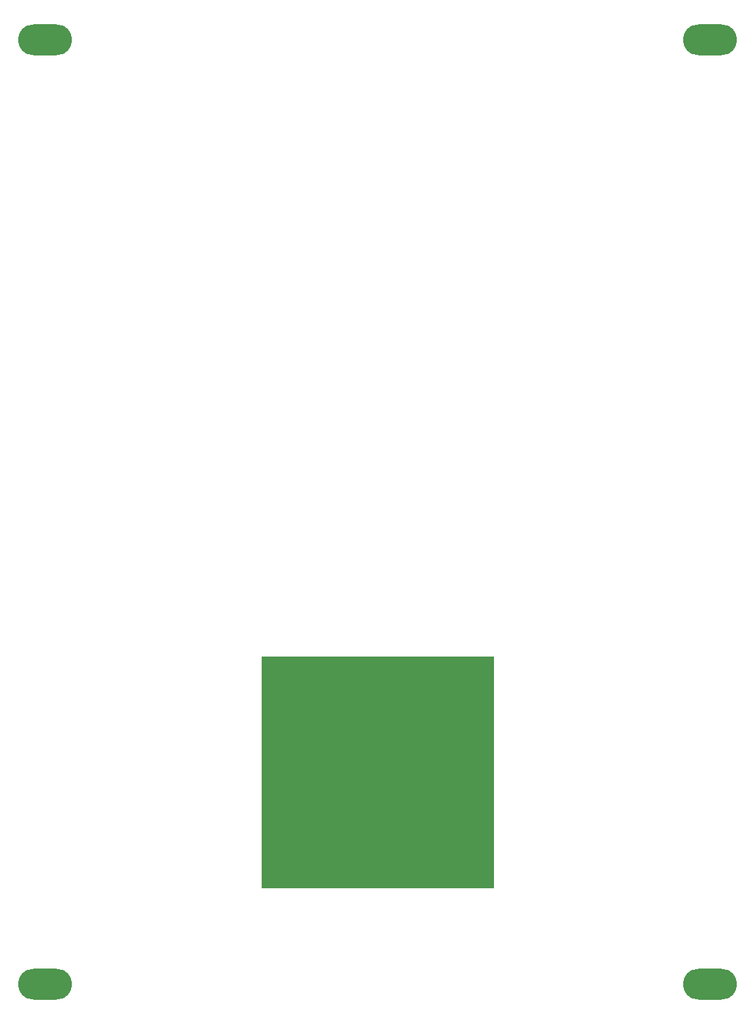
<source format=gbl>
%TF.GenerationSoftware,KiCad,Pcbnew,(6.0.6-0)*%
%TF.CreationDate,2022-06-29T08:56:09+01:00*%
%TF.ProjectId,magnum-front-panel,6d61676e-756d-42d6-9672-6f6e742d7061,r03*%
%TF.SameCoordinates,Original*%
%TF.FileFunction,Copper,L2,Bot*%
%TF.FilePolarity,Positive*%
%FSLAX46Y46*%
G04 Gerber Fmt 4.6, Leading zero omitted, Abs format (unit mm)*
G04 Created by KiCad (PCBNEW (6.0.6-0)) date 2022-06-29 08:56:09*
%MOMM*%
%LPD*%
G01*
G04 APERTURE LIST*
%TA.AperFunction,NonConductor*%
%ADD10C,0.100000*%
%TD*%
%TA.AperFunction,ComponentPad*%
%ADD11O,7.000000X4.000000*%
%TD*%
G04 APERTURE END LIST*
D10*
X66650000Y-103000000D02*
X96650000Y-103000000D01*
X96650000Y-103000000D02*
X96650000Y-133000000D01*
X96650000Y-133000000D02*
X66650000Y-133000000D01*
X66650000Y-133000000D02*
X66650000Y-103000000D01*
G36*
X66650000Y-103000000D02*
G01*
X96650000Y-103000000D01*
X96650000Y-133000000D01*
X66650000Y-133000000D01*
X66650000Y-103000000D01*
G37*
D11*
%TO.P,REF\u002A\u002A,*%
%TO.N,*%
X38500000Y-145500000D03*
%TD*%
%TO.P,REF\u002A\u002A,*%
%TO.N,*%
X124800000Y-145500000D03*
%TD*%
%TO.P,REF\u002A\u002A,*%
%TO.N,*%
X124800000Y-23000000D03*
%TD*%
%TO.P,REF\u002A\u002A,*%
%TO.N,*%
X38500000Y-23000000D03*
%TD*%
M02*

</source>
